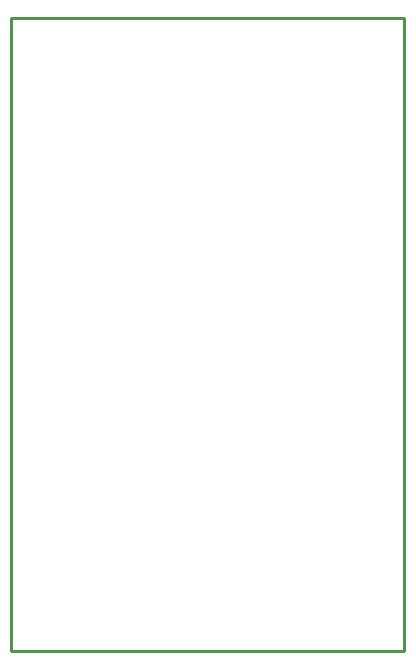
<source format=gm1>
G04 Layer_Color=16711935*
%FSLAX25Y25*%
%MOIN*%
G70*
G01*
G75*
%ADD16C,0.01000*%
D16*
X131000Y0D02*
Y211000D01*
X0D02*
X131000D01*
X0Y0D02*
Y211000D01*
Y0D02*
X131000D01*
M02*

</source>
